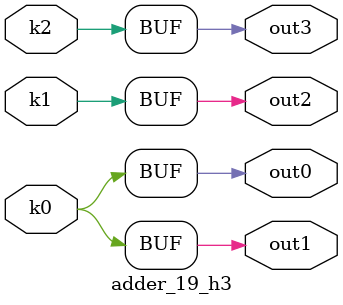
<source format=v>
module adder_19(pi0, pi1, pi2, pi3, pi4, pi5, po0, po1, po2, po3);
input pi0, pi1, pi2, pi3, pi4, pi5;
output po0, po1, po2, po3;
wire k0, k1, k2;
adder_19_w3 DUT1 (pi0, pi1, pi2, pi3, pi4, pi5, k0, k1, k2);
adder_19_h3 DUT2 (k0, k1, k2, po0, po1, po2, po3);
endmodule

module adder_19_w3(in5, in4, in3, in2, in1, in0, k2, k1, k0);
input in5, in4, in3, in2, in1, in0;
output k2, k1, k0;
assign k0 =   ((in3 ^ in0) & ((in5 & in2 & (in4 | in1)) | (in4 & in1))) | ((~in3 ^ in0) & ((~in4 & ~in1) | ((~in4 | ~in1) & (~in5 | ~in2))));
assign k1 =   (in5 & in2 & (in4 ^ in1)) | ((~in4 ^ in1) & (~in5 | ~in2));
assign k2 =   ~in5 ^ ~in2;
endmodule

module adder_19_h3(k2, k1, k0, out3, out2, out1, out0);
input k2, k1, k0;
output out3, out2, out1, out0;
assign out0 = k0;
assign out1 = k0;
assign out2 = k1;
assign out3 = k2;
endmodule

</source>
